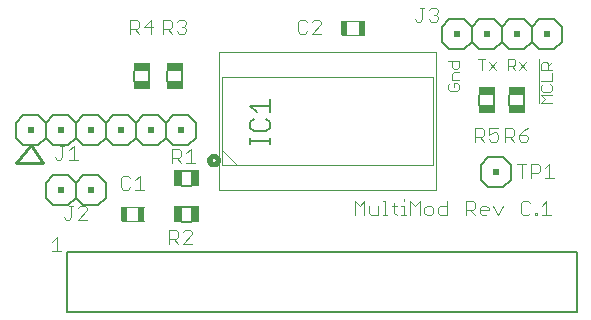
<source format=gto>
G75*
%MOIN*%
%OFA0B0*%
%FSLAX24Y24*%
%IPPOS*%
%LPD*%
%AMOC8*
5,1,8,0,0,1.08239X$1,22.5*
%
%ADD10C,0.0040*%
%ADD11C,0.0030*%
%ADD12C,0.0100*%
%ADD13C,0.0160*%
%ADD14C,0.0060*%
%ADD15C,0.0050*%
%ADD16C,0.0020*%
%ADD17C,0.0039*%
%ADD18R,0.0200X0.0200*%
%ADD19R,0.0256X0.0551*%
%ADD20R,0.0197X0.0512*%
%ADD21R,0.0551X0.0256*%
D10*
X001620Y002320D02*
X001927Y002320D01*
X001773Y002320D02*
X001773Y002780D01*
X001620Y002627D01*
X002097Y003370D02*
X002173Y003370D01*
X002250Y003447D01*
X002250Y003830D01*
X002173Y003830D02*
X002327Y003830D01*
X002480Y003754D02*
X002557Y003830D01*
X002711Y003830D01*
X002787Y003754D01*
X002787Y003677D01*
X002480Y003370D01*
X002787Y003370D01*
X002097Y003370D02*
X002020Y003447D01*
X003936Y003314D02*
X004664Y003314D01*
X005520Y003030D02*
X005750Y003030D01*
X005827Y002954D01*
X005827Y002800D01*
X005750Y002723D01*
X005520Y002723D01*
X005520Y002570D02*
X005520Y003030D01*
X005980Y002954D02*
X006057Y003030D01*
X006211Y003030D01*
X006287Y002954D01*
X006287Y002877D01*
X005980Y002570D01*
X006287Y002570D01*
X005827Y002570D02*
X005673Y002723D01*
X004664Y003786D02*
X003936Y003786D01*
X003997Y004370D02*
X004150Y004370D01*
X004227Y004447D01*
X004380Y004370D02*
X004687Y004370D01*
X004534Y004370D02*
X004534Y004830D01*
X004380Y004677D01*
X004227Y004754D02*
X004150Y004830D01*
X003997Y004830D01*
X003920Y004754D01*
X003920Y004447D01*
X003997Y004370D01*
X005620Y005270D02*
X005620Y005730D01*
X005850Y005730D01*
X005927Y005654D01*
X005927Y005500D01*
X005850Y005423D01*
X005620Y005423D01*
X005773Y005423D02*
X005927Y005270D01*
X006080Y005270D02*
X006387Y005270D01*
X006234Y005270D02*
X006234Y005730D01*
X006080Y005577D01*
X002487Y005370D02*
X002180Y005370D01*
X002334Y005370D02*
X002334Y005830D01*
X002180Y005677D01*
X002027Y005830D02*
X001873Y005830D01*
X001950Y005830D02*
X001950Y005447D01*
X001873Y005370D01*
X001797Y005370D01*
X001720Y005447D01*
X004220Y009570D02*
X004220Y010030D01*
X004450Y010030D01*
X004527Y009954D01*
X004527Y009800D01*
X004450Y009723D01*
X004220Y009723D01*
X004373Y009723D02*
X004527Y009570D01*
X004680Y009800D02*
X004987Y009800D01*
X004911Y010030D02*
X004680Y009800D01*
X004911Y009570D02*
X004911Y010030D01*
X005320Y010030D02*
X005550Y010030D01*
X005627Y009954D01*
X005627Y009800D01*
X005550Y009723D01*
X005320Y009723D01*
X005320Y009570D02*
X005320Y010030D01*
X005780Y009954D02*
X005857Y010030D01*
X006011Y010030D01*
X006087Y009954D01*
X006087Y009877D01*
X006011Y009800D01*
X006087Y009723D01*
X006087Y009647D01*
X006011Y009570D01*
X005857Y009570D01*
X005780Y009647D01*
X005627Y009570D02*
X005473Y009723D01*
X005934Y009800D02*
X006011Y009800D01*
X009820Y009647D02*
X009897Y009570D01*
X010050Y009570D01*
X010127Y009647D01*
X010280Y009570D02*
X010587Y009877D01*
X010587Y009954D01*
X010511Y010030D01*
X010357Y010030D01*
X010280Y009954D01*
X010127Y009954D02*
X010050Y010030D01*
X009897Y010030D01*
X009820Y009954D01*
X009820Y009647D01*
X010280Y009570D02*
X010587Y009570D01*
X011286Y009514D02*
X012014Y009514D01*
X012014Y009986D02*
X011286Y009986D01*
X013720Y010047D02*
X013797Y009970D01*
X013873Y009970D01*
X013950Y010047D01*
X013950Y010430D01*
X013873Y010430D02*
X014027Y010430D01*
X014180Y010354D02*
X014257Y010430D01*
X014411Y010430D01*
X014487Y010354D01*
X014487Y010277D01*
X014411Y010200D01*
X014487Y010123D01*
X014487Y010047D01*
X014411Y009970D01*
X014257Y009970D01*
X014180Y010047D01*
X014334Y010200D02*
X014411Y010200D01*
X015720Y006430D02*
X015950Y006430D01*
X016027Y006354D01*
X016027Y006200D01*
X015950Y006123D01*
X015720Y006123D01*
X015720Y005970D02*
X015720Y006430D01*
X016180Y006430D02*
X016180Y006200D01*
X016334Y006277D01*
X016411Y006277D01*
X016487Y006200D01*
X016487Y006047D01*
X016411Y005970D01*
X016257Y005970D01*
X016180Y006047D01*
X016027Y005970D02*
X015873Y006123D01*
X016180Y006430D02*
X016487Y006430D01*
X016720Y006430D02*
X016950Y006430D01*
X017027Y006354D01*
X017027Y006200D01*
X016950Y006123D01*
X016720Y006123D01*
X016720Y005970D02*
X016720Y006430D01*
X017180Y006200D02*
X017411Y006200D01*
X017487Y006123D01*
X017487Y006047D01*
X017411Y005970D01*
X017257Y005970D01*
X017180Y006047D01*
X017180Y006200D01*
X017334Y006354D01*
X017487Y006430D01*
X017027Y005970D02*
X016873Y006123D01*
X017120Y005230D02*
X017427Y005230D01*
X017580Y005230D02*
X017811Y005230D01*
X017887Y005154D01*
X017887Y005000D01*
X017811Y004923D01*
X017580Y004923D01*
X017580Y004770D02*
X017580Y005230D01*
X017273Y005230D02*
X017273Y004770D01*
X018041Y004770D02*
X018348Y004770D01*
X018194Y004770D02*
X018194Y005230D01*
X018041Y005077D01*
X018089Y003980D02*
X018089Y003520D01*
X018242Y003520D02*
X017935Y003520D01*
X017782Y003520D02*
X017705Y003520D01*
X017705Y003597D01*
X017782Y003597D01*
X017782Y003520D01*
X017552Y003597D02*
X017475Y003520D01*
X017321Y003520D01*
X017245Y003597D01*
X017245Y003904D01*
X017321Y003980D01*
X017475Y003980D01*
X017552Y003904D01*
X017935Y003827D02*
X018089Y003980D01*
X016631Y003827D02*
X016477Y003520D01*
X016324Y003827D01*
X016170Y003750D02*
X016170Y003673D01*
X015864Y003673D01*
X015864Y003597D02*
X015864Y003750D01*
X015940Y003827D01*
X016094Y003827D01*
X016170Y003750D01*
X016094Y003520D02*
X015940Y003520D01*
X015864Y003597D01*
X015710Y003520D02*
X015557Y003673D01*
X015633Y003673D02*
X015403Y003673D01*
X015403Y003520D02*
X015403Y003980D01*
X015633Y003980D01*
X015710Y003904D01*
X015710Y003750D01*
X015633Y003673D01*
X014789Y003520D02*
X014789Y003980D01*
X014789Y003827D02*
X014559Y003827D01*
X014482Y003750D01*
X014482Y003597D01*
X014559Y003520D01*
X014789Y003520D01*
X014329Y003597D02*
X014329Y003750D01*
X014252Y003827D01*
X014099Y003827D01*
X014022Y003750D01*
X014022Y003597D01*
X014099Y003520D01*
X014252Y003520D01*
X014329Y003597D01*
X013868Y003520D02*
X013868Y003980D01*
X013715Y003827D01*
X013562Y003980D01*
X013562Y003520D01*
X013408Y003520D02*
X013255Y003520D01*
X013331Y003520D02*
X013331Y003827D01*
X013255Y003827D01*
X013101Y003827D02*
X012948Y003827D01*
X013024Y003904D02*
X013024Y003597D01*
X013101Y003520D01*
X012794Y003520D02*
X012641Y003520D01*
X012718Y003520D02*
X012718Y003980D01*
X012641Y003980D01*
X012487Y003827D02*
X012487Y003520D01*
X012257Y003520D01*
X012180Y003597D01*
X012180Y003827D01*
X012027Y003980D02*
X011873Y003827D01*
X011720Y003980D01*
X011720Y003520D01*
X012027Y003520D02*
X012027Y003980D01*
X013331Y003980D02*
X013331Y004057D01*
D11*
X017855Y007250D02*
X017855Y008723D01*
X017976Y008617D02*
X018100Y008617D01*
X018162Y008555D01*
X018162Y008370D01*
X018285Y008370D02*
X017915Y008370D01*
X017915Y008555D01*
X017976Y008617D01*
X018162Y008493D02*
X018285Y008617D01*
X018285Y008249D02*
X018285Y008002D01*
X017915Y008002D01*
X017976Y007880D02*
X017915Y007818D01*
X017915Y007695D01*
X017976Y007633D01*
X018223Y007633D01*
X018285Y007695D01*
X018285Y007818D01*
X018223Y007880D01*
X018285Y007512D02*
X017915Y007512D01*
X018038Y007388D01*
X017915Y007265D01*
X018285Y007265D01*
X017430Y008365D02*
X017183Y008612D01*
X017062Y008674D02*
X017062Y008550D01*
X017000Y008488D01*
X016815Y008488D01*
X016815Y008365D02*
X016815Y008735D01*
X017000Y008735D01*
X017062Y008674D01*
X016938Y008488D02*
X017062Y008365D01*
X017183Y008365D02*
X017430Y008612D01*
X016430Y008612D02*
X016183Y008365D01*
X015938Y008365D02*
X015938Y008735D01*
X015815Y008735D02*
X016062Y008735D01*
X016183Y008612D02*
X016430Y008365D01*
X015185Y008280D02*
X015000Y008280D01*
X014938Y008218D01*
X014938Y008033D01*
X015185Y008033D01*
X015123Y007912D02*
X015000Y007912D01*
X015000Y007788D01*
X015123Y007665D02*
X014876Y007665D01*
X014815Y007727D01*
X014815Y007850D01*
X014876Y007912D01*
X015123Y007912D02*
X015185Y007850D01*
X015185Y007727D01*
X015123Y007665D01*
X015123Y008402D02*
X015000Y008402D01*
X014938Y008463D01*
X014938Y008649D01*
X014815Y008649D02*
X015185Y008649D01*
X015185Y008463D01*
X015123Y008402D01*
D12*
X001300Y005250D02*
X000900Y005850D01*
X000400Y005250D01*
X001300Y005250D01*
D13*
X006859Y005350D02*
X006861Y005373D01*
X006867Y005396D01*
X006876Y005417D01*
X006889Y005437D01*
X006905Y005454D01*
X006923Y005468D01*
X006943Y005479D01*
X006965Y005487D01*
X006988Y005491D01*
X007012Y005491D01*
X007035Y005487D01*
X007057Y005479D01*
X007077Y005468D01*
X007095Y005454D01*
X007111Y005437D01*
X007124Y005417D01*
X007133Y005396D01*
X007139Y005373D01*
X007141Y005350D01*
X007139Y005327D01*
X007133Y005304D01*
X007124Y005283D01*
X007111Y005263D01*
X007095Y005246D01*
X007077Y005232D01*
X007057Y005221D01*
X007035Y005213D01*
X007012Y005209D01*
X006988Y005209D01*
X006965Y005213D01*
X006943Y005221D01*
X006923Y005232D01*
X006905Y005246D01*
X006889Y005263D01*
X006876Y005283D01*
X006867Y005304D01*
X006861Y005327D01*
X006859Y005350D01*
D14*
X006261Y005000D02*
X005939Y005000D01*
X005939Y004500D02*
X006261Y004500D01*
X006261Y003800D02*
X005939Y003800D01*
X005939Y003300D02*
X006261Y003300D01*
X003400Y004100D02*
X003400Y004600D01*
X003150Y004850D01*
X002650Y004850D01*
X002400Y004600D01*
X002150Y004850D01*
X001650Y004850D01*
X001400Y004600D01*
X001400Y004100D01*
X001650Y003850D01*
X002150Y003850D01*
X002400Y004100D01*
X002400Y004600D01*
X002400Y004100D02*
X002650Y003850D01*
X003150Y003850D01*
X003400Y004100D01*
X003150Y005850D02*
X002650Y005850D01*
X002400Y006100D01*
X002150Y005850D01*
X001650Y005850D01*
X001400Y006100D01*
X001150Y005850D01*
X000650Y005850D01*
X000400Y006100D01*
X000400Y006600D01*
X000650Y006850D01*
X001150Y006850D01*
X001400Y006600D01*
X001650Y006850D01*
X002150Y006850D01*
X002400Y006600D01*
X002400Y006100D01*
X003150Y005850D02*
X003400Y006100D01*
X003650Y005850D01*
X004150Y005850D01*
X004400Y006100D01*
X004650Y005850D01*
X005150Y005850D01*
X005400Y006100D01*
X005650Y005850D01*
X006150Y005850D01*
X006400Y006100D01*
X006400Y006600D01*
X006150Y006850D01*
X005650Y006850D01*
X005400Y006600D01*
X005400Y006100D01*
X005400Y006600D02*
X005150Y006850D01*
X004650Y006850D01*
X004400Y006600D01*
X004400Y006100D01*
X003400Y006100D02*
X003400Y006600D01*
X003650Y006850D01*
X004150Y006850D01*
X004400Y006600D01*
X003400Y006600D02*
X003150Y006850D01*
X002650Y006850D01*
X002400Y006600D01*
X001400Y006600D02*
X001400Y006100D01*
X004350Y007989D02*
X004350Y008311D01*
X004850Y008311D02*
X004850Y007989D01*
X005450Y007989D02*
X005450Y008311D01*
X005950Y008311D02*
X005950Y007989D01*
X008229Y007168D02*
X008870Y007168D01*
X008870Y007381D02*
X008870Y006954D01*
X008763Y006737D02*
X008870Y006630D01*
X008870Y006416D01*
X008763Y006310D01*
X008336Y006310D01*
X008229Y006416D01*
X008229Y006630D01*
X008336Y006737D01*
X008443Y006954D02*
X008229Y007168D01*
X008229Y006094D02*
X008229Y005880D01*
X008229Y005987D02*
X008870Y005987D01*
X008870Y005880D02*
X008870Y006094D01*
X014600Y009300D02*
X014850Y009050D01*
X015350Y009050D01*
X015600Y009300D01*
X015600Y009800D01*
X015350Y010050D01*
X014850Y010050D01*
X014600Y009800D01*
X014600Y009300D01*
X015600Y009300D02*
X015850Y009050D01*
X016350Y009050D01*
X016600Y009300D01*
X016600Y009800D01*
X016850Y010050D01*
X017350Y010050D01*
X017600Y009800D01*
X017850Y010050D01*
X018350Y010050D01*
X018600Y009800D01*
X018600Y009300D01*
X018350Y009050D01*
X017850Y009050D01*
X017600Y009300D01*
X017350Y009050D01*
X016850Y009050D01*
X016600Y009300D01*
X017600Y009300D02*
X017600Y009800D01*
X016600Y009800D02*
X016350Y010050D01*
X015850Y010050D01*
X015600Y009800D01*
X015850Y007511D02*
X015850Y007189D01*
X016350Y007189D02*
X016350Y007511D01*
X016850Y007511D02*
X016850Y007189D01*
X017350Y007189D02*
X017350Y007511D01*
X016650Y005450D02*
X016150Y005450D01*
X015900Y005200D01*
X015900Y004700D01*
X016150Y004450D01*
X016650Y004450D01*
X016900Y004700D01*
X016900Y005200D01*
X016650Y005450D01*
D15*
X002100Y002300D02*
X002100Y000300D01*
X019100Y000300D01*
X019100Y002300D01*
X002100Y002300D01*
D16*
X007178Y004347D02*
X014422Y004347D01*
X014422Y008953D01*
X007178Y008953D01*
X007178Y004347D01*
D17*
X007276Y005174D02*
X014324Y005174D01*
X014324Y008126D01*
X007276Y008126D01*
X007276Y005174D01*
X007776Y005174D02*
X007276Y005674D01*
D18*
X005900Y006350D03*
X004900Y006350D03*
X003900Y006350D03*
X002900Y006350D03*
X001900Y006350D03*
X000900Y006350D03*
X001900Y004350D03*
X002900Y004350D03*
X015100Y009550D03*
X016100Y009550D03*
X017100Y009550D03*
X018100Y009550D03*
X016400Y004950D03*
D19*
X006388Y004751D03*
X005808Y004751D03*
X005808Y003551D03*
X006388Y003551D03*
D20*
X004595Y003550D03*
X004005Y003550D03*
X011355Y009750D03*
X011945Y009750D03*
D21*
X016101Y007642D03*
X017101Y007642D03*
X017101Y007062D03*
X016101Y007062D03*
X005699Y007858D03*
X004599Y007858D03*
X004599Y008438D03*
X005699Y008438D03*
M02*

</source>
